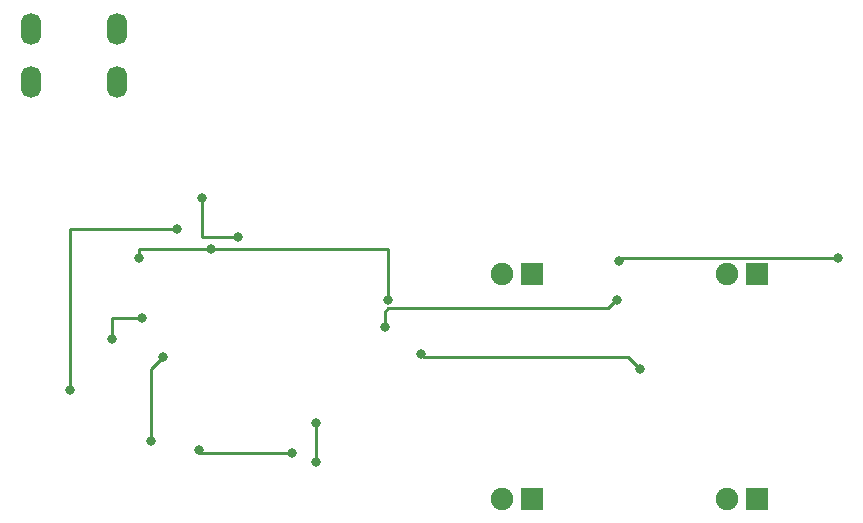
<source format=gtl>
%TF.GenerationSoftware,KiCad,Pcbnew,(6.0.0)*%
%TF.CreationDate,2022-02-08T12:16:45+05:30*%
%TF.ProjectId,keebk75pcb,6b656562-6b37-4357-9063-622e6b696361,rev?*%
%TF.SameCoordinates,Original*%
%TF.FileFunction,Copper,L1,Top*%
%TF.FilePolarity,Positive*%
%FSLAX46Y46*%
G04 Gerber Fmt 4.6, Leading zero omitted, Abs format (unit mm)*
G04 Created by KiCad (PCBNEW (6.0.0)) date 2022-02-08 12:16:45*
%MOMM*%
%LPD*%
G01*
G04 APERTURE LIST*
%TA.AperFunction,ComponentPad*%
%ADD10O,1.700000X2.700000*%
%TD*%
%TA.AperFunction,ComponentPad*%
%ADD11C,1.905000*%
%TD*%
%TA.AperFunction,ComponentPad*%
%ADD12R,1.905000X1.905000*%
%TD*%
%TA.AperFunction,ViaPad*%
%ADD13C,0.800000*%
%TD*%
%TA.AperFunction,Conductor*%
%ADD14C,0.254000*%
%TD*%
G04 APERTURE END LIST*
D10*
%TO.P,USB1,6,SHIELD*%
%TO.N,unconnected-(USB1-Pad6)*%
X41381182Y-106508400D03*
X48681182Y-106508400D03*
X48681182Y-102008400D03*
X41381182Y-102008400D03*
%TD*%
D11*
%TO.P,MX2,3,LED*%
%TO.N,unconnected-(MX2-Pad3)*%
X100336248Y-122805000D03*
D12*
%TO.P,MX2,4,LEDGND*%
%TO.N,unconnected-(MX2-Pad4)*%
X102876248Y-122805000D03*
%TD*%
D11*
%TO.P,MX1,3,LED*%
%TO.N,unconnected-(MX1-Pad3)*%
X81286248Y-122805000D03*
D12*
%TO.P,MX1,4,LEDGND*%
%TO.N,unconnected-(MX1-Pad4)*%
X83826248Y-122805000D03*
%TD*%
D11*
%TO.P,MX4,3,LED*%
%TO.N,unconnected-(MX4-Pad3)*%
X100336248Y-141855000D03*
D12*
%TO.P,MX4,4,LEDGND*%
%TO.N,unconnected-(MX4-Pad4)*%
X102876248Y-141855000D03*
%TD*%
D11*
%TO.P,MX3,3,LED*%
%TO.N,unconnected-(MX3-Pad3)*%
X81269775Y-141830578D03*
D12*
%TO.P,MX3,4,LEDGND*%
%TO.N,unconnected-(MX3-Pad4)*%
X83809775Y-141830578D03*
%TD*%
D13*
%TO.N,Col1*%
X74422000Y-129540000D03*
X92964000Y-130810000D03*
%TO.N,Row0*%
X109728000Y-121412000D03*
X91186000Y-121666000D03*
X90994067Y-124956681D03*
X71374000Y-127254000D03*
%TO.N,+5V*%
X50800000Y-126492000D03*
X65532000Y-138684000D03*
X65532000Y-135382000D03*
X48260000Y-128270000D03*
X63500000Y-137922000D03*
X71628000Y-124968000D03*
X55626000Y-137668000D03*
X56642000Y-120650000D03*
X50546000Y-121412000D03*
%TO.N,Net-(C3-Pad2)*%
X58928000Y-119634000D03*
X55880000Y-116332000D03*
%TO.N,Net-(C7-Pad1)*%
X51562000Y-136906000D03*
X52578000Y-129794000D03*
%TO.N,Net-(R3-Pad2)*%
X44704000Y-132588000D03*
X53738500Y-119000277D03*
%TD*%
D14*
%TO.N,Row0*%
X90256237Y-125694511D02*
X90982748Y-124968000D01*
X71663489Y-125694511D02*
X90256237Y-125694511D01*
X71374000Y-125984000D02*
X71663489Y-125694511D01*
X71374000Y-127254000D02*
X71374000Y-125984000D01*
%TO.N,Col1*%
X74676057Y-129794057D02*
X74422000Y-129540000D01*
X91948057Y-129794057D02*
X74676057Y-129794057D01*
X92964000Y-130810000D02*
X91948057Y-129794057D01*
%TO.N,Row0*%
X91440000Y-121412000D02*
X109728000Y-121412000D01*
X91186000Y-121666000D02*
X91440000Y-121412000D01*
%TO.N,+5V*%
X63500000Y-137922000D02*
X55626000Y-137922000D01*
X50546000Y-120650000D02*
X50546000Y-121412000D01*
X50800000Y-126492000D02*
X48260000Y-126492000D01*
X65532000Y-138684000D02*
X65532000Y-135382000D01*
X56642000Y-120650000D02*
X71628000Y-120650000D01*
X71628000Y-120650000D02*
X71628000Y-124968000D01*
X56642000Y-120650000D02*
X50546000Y-120650000D01*
X48260000Y-126492000D02*
X48260000Y-128270000D01*
X55626000Y-137922000D02*
X55626000Y-137668000D01*
%TO.N,Net-(C3-Pad2)*%
X55880000Y-116332000D02*
X55880000Y-119634000D01*
X55880000Y-119634000D02*
X58928000Y-119634000D01*
%TO.N,Net-(C7-Pad1)*%
X52578000Y-129794000D02*
X51562000Y-130810000D01*
X51562000Y-130810000D02*
X51562000Y-136906000D01*
%TO.N,Net-(R3-Pad2)*%
X53738500Y-119000277D02*
X44704000Y-119000277D01*
X44704000Y-119000277D02*
X44704000Y-132588000D01*
%TD*%
M02*

</source>
